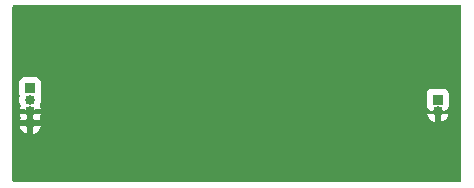
<source format=gbr>
%TF.GenerationSoftware,KiCad,Pcbnew,8.0.0*%
%TF.CreationDate,2024-02-24T23:10:17-05:00*%
%TF.ProjectId,Guitar_Amplifier,47756974-6172-45f4-916d-706c69666965,rev?*%
%TF.SameCoordinates,Original*%
%TF.FileFunction,Copper,L2,Bot*%
%TF.FilePolarity,Positive*%
%FSLAX46Y46*%
G04 Gerber Fmt 4.6, Leading zero omitted, Abs format (unit mm)*
G04 Created by KiCad (PCBNEW 8.0.0) date 2024-02-24 23:10:17*
%MOMM*%
%LPD*%
G01*
G04 APERTURE LIST*
%TA.AperFunction,ComponentPad*%
%ADD10R,0.850000X0.850000*%
%TD*%
%TA.AperFunction,ComponentPad*%
%ADD11O,0.850000X0.850000*%
%TD*%
%TA.AperFunction,ViaPad*%
%ADD12C,0.600000*%
%TD*%
%TA.AperFunction,Conductor*%
%ADD13C,0.200000*%
%TD*%
G04 APERTURE END LIST*
D10*
%TO.P,J2,1,Pin_1*%
%TO.N,Net-(J2-Pin_1)*%
X144500000Y-84500000D03*
D11*
%TO.P,J2,2,Pin_2*%
%TO.N,GND*%
X144500000Y-85500000D03*
%TD*%
D10*
%TO.P,J1,1,Pin_1*%
%TO.N,+9V*%
X110000000Y-83500000D03*
D11*
%TO.P,J1,2,Pin_2*%
%TO.N,Net-(J1-Pin_2)*%
X110000000Y-84500000D03*
%TO.P,J1,3,Pin_3*%
%TO.N,GND*%
X110000000Y-85500000D03*
%TO.P,J1,4,Pin_4*%
X110000000Y-86500000D03*
%TD*%
D12*
%TO.N,GND*%
X113500000Y-88500000D03*
X121500000Y-86500000D03*
X131000000Y-88000000D03*
X143500000Y-85500000D03*
%TD*%
D13*
%TO.N,GND*%
X131000000Y-90500000D02*
X131000000Y-88000000D01*
X120500000Y-90500000D02*
X131000000Y-90500000D01*
X119500000Y-89500000D02*
X120500000Y-90500000D01*
X113500000Y-88500000D02*
X113500000Y-89000000D01*
X113500000Y-89000000D02*
X114000000Y-89500000D01*
X119500000Y-89500000D02*
X114000000Y-89500000D01*
X121500000Y-87500000D02*
X119500000Y-89500000D01*
X121500000Y-86500000D02*
X121500000Y-87500000D01*
X143500000Y-87500000D02*
X143500000Y-85500000D01*
X143000000Y-88000000D02*
X143500000Y-87500000D01*
X131000000Y-88000000D02*
X143000000Y-88000000D01*
%TD*%
%TA.AperFunction,Conductor*%
%TO.N,GND*%
G36*
X146442539Y-76520185D02*
G01*
X146488294Y-76572989D01*
X146499500Y-76624500D01*
X146499500Y-91375500D01*
X146479815Y-91442539D01*
X146427011Y-91488294D01*
X146375500Y-91499500D01*
X108624500Y-91499500D01*
X108557461Y-91479815D01*
X108511706Y-91427011D01*
X108500500Y-91375500D01*
X108500500Y-86750000D01*
X109108628Y-86750000D01*
X109150316Y-86878306D01*
X109150317Y-86878307D01*
X109247536Y-87046694D01*
X109247535Y-87046694D01*
X109377639Y-87191190D01*
X109377642Y-87191192D01*
X109534950Y-87305484D01*
X109712587Y-87384573D01*
X109749999Y-87392524D01*
X109750000Y-87392524D01*
X109750000Y-86750000D01*
X109108628Y-86750000D01*
X108500500Y-86750000D01*
X108500500Y-86549728D01*
X109750000Y-86549728D01*
X109788060Y-86641614D01*
X109858386Y-86711940D01*
X109950272Y-86750000D01*
X110049728Y-86750000D01*
X110250000Y-86750000D01*
X110250000Y-87392524D01*
X110287412Y-87384573D01*
X110465049Y-87305484D01*
X110622357Y-87191192D01*
X110622360Y-87191190D01*
X110752463Y-87046694D01*
X110849682Y-86878307D01*
X110849683Y-86878306D01*
X110891372Y-86750000D01*
X110250000Y-86750000D01*
X110049728Y-86750000D01*
X110141614Y-86711940D01*
X110211940Y-86641614D01*
X110250000Y-86549728D01*
X110250000Y-86450272D01*
X110211940Y-86358386D01*
X110141614Y-86288060D01*
X110049728Y-86250000D01*
X109950272Y-86250000D01*
X109858386Y-86288060D01*
X109788060Y-86358386D01*
X109750000Y-86450272D01*
X109750000Y-86549728D01*
X108500500Y-86549728D01*
X108500500Y-85750000D01*
X109108628Y-85750000D01*
X109150316Y-85878306D01*
X109150317Y-85878307D01*
X109184781Y-85938000D01*
X109201254Y-86005900D01*
X109184781Y-86062000D01*
X109150317Y-86121692D01*
X109150316Y-86121693D01*
X109108628Y-86249999D01*
X109108628Y-86250000D01*
X109750000Y-86250000D01*
X109750000Y-85750000D01*
X109108628Y-85750000D01*
X108500500Y-85750000D01*
X108500500Y-84500000D01*
X109069402Y-84500000D01*
X109089738Y-84693483D01*
X109149856Y-84878510D01*
X109149857Y-84878511D01*
X109184492Y-84938500D01*
X109200965Y-85006400D01*
X109184492Y-85062500D01*
X109150317Y-85121692D01*
X109150316Y-85121693D01*
X109108628Y-85249999D01*
X109108628Y-85250000D01*
X109417441Y-85250000D01*
X109484480Y-85269685D01*
X109490319Y-85273676D01*
X109502527Y-85282546D01*
X109534702Y-85305923D01*
X109602926Y-85336297D01*
X109712429Y-85385051D01*
X109771788Y-85397668D01*
X109750000Y-85450272D01*
X109750000Y-85549728D01*
X109788060Y-85641614D01*
X109858386Y-85711940D01*
X109950272Y-85750000D01*
X110049728Y-85750000D01*
X110250000Y-85750000D01*
X110250000Y-86250000D01*
X110891372Y-86250000D01*
X110891371Y-86249999D01*
X110849684Y-86121697D01*
X110815218Y-86062000D01*
X110798745Y-85994100D01*
X110815218Y-85938000D01*
X110849684Y-85878302D01*
X110891372Y-85750000D01*
X143608628Y-85750000D01*
X143650316Y-85878306D01*
X143650317Y-85878307D01*
X143747536Y-86046694D01*
X143747535Y-86046694D01*
X143877639Y-86191190D01*
X143877642Y-86191192D01*
X144034950Y-86305484D01*
X144212587Y-86384573D01*
X144249999Y-86392524D01*
X144250000Y-86392524D01*
X144250000Y-85750000D01*
X143608628Y-85750000D01*
X110891372Y-85750000D01*
X110250000Y-85750000D01*
X110049728Y-85750000D01*
X110141614Y-85711940D01*
X110211940Y-85641614D01*
X110250000Y-85549728D01*
X110250000Y-85450272D01*
X110228211Y-85397668D01*
X110287571Y-85385051D01*
X110465299Y-85305922D01*
X110509673Y-85273681D01*
X110575480Y-85250202D01*
X110582559Y-85250000D01*
X110891372Y-85250000D01*
X110891371Y-85249999D01*
X110849684Y-85121697D01*
X110815507Y-85062500D01*
X110799034Y-84994600D01*
X110805415Y-84972870D01*
X143574500Y-84972870D01*
X143574501Y-84972876D01*
X143580908Y-85032483D01*
X143618380Y-85132948D01*
X143623364Y-85202639D01*
X143620130Y-85214597D01*
X143608627Y-85249999D01*
X143608628Y-85250000D01*
X143633546Y-85250000D01*
X143700585Y-85269685D01*
X143710202Y-85277435D01*
X143710355Y-85277232D01*
X143832664Y-85368793D01*
X143832671Y-85368797D01*
X143967517Y-85419091D01*
X143967516Y-85419091D01*
X143974444Y-85419835D01*
X144027127Y-85425500D01*
X144260260Y-85425499D01*
X144250000Y-85450272D01*
X144250000Y-85549728D01*
X144288060Y-85641614D01*
X144358386Y-85711940D01*
X144450272Y-85750000D01*
X144549728Y-85750000D01*
X144750000Y-85750000D01*
X144750000Y-86392524D01*
X144787412Y-86384573D01*
X144965049Y-86305484D01*
X145122357Y-86191192D01*
X145122360Y-86191190D01*
X145252463Y-86046694D01*
X145349682Y-85878307D01*
X145349683Y-85878306D01*
X145391372Y-85750000D01*
X144750000Y-85750000D01*
X144549728Y-85750000D01*
X144641614Y-85711940D01*
X144711940Y-85641614D01*
X144750000Y-85549728D01*
X144750000Y-85450272D01*
X144739738Y-85425499D01*
X144972872Y-85425499D01*
X145032483Y-85419091D01*
X145167331Y-85368796D01*
X145181237Y-85358386D01*
X145289645Y-85277232D01*
X145291319Y-85279468D01*
X145340096Y-85252834D01*
X145366454Y-85250000D01*
X145391372Y-85250000D01*
X145391371Y-85249999D01*
X145379870Y-85214601D01*
X145377875Y-85144760D01*
X145381619Y-85132950D01*
X145419091Y-85032482D01*
X145421895Y-85006400D01*
X145425500Y-84972873D01*
X145425499Y-84027128D01*
X145419091Y-83967517D01*
X145368796Y-83832669D01*
X145368795Y-83832668D01*
X145368793Y-83832664D01*
X145282547Y-83717455D01*
X145282544Y-83717452D01*
X145167335Y-83631206D01*
X145167328Y-83631202D01*
X145032482Y-83580908D01*
X145032483Y-83580908D01*
X144972883Y-83574501D01*
X144972881Y-83574500D01*
X144972873Y-83574500D01*
X144972864Y-83574500D01*
X144027129Y-83574500D01*
X144027123Y-83574501D01*
X143967516Y-83580908D01*
X143832671Y-83631202D01*
X143832664Y-83631206D01*
X143717455Y-83717452D01*
X143717452Y-83717455D01*
X143631206Y-83832664D01*
X143631202Y-83832671D01*
X143580908Y-83967517D01*
X143574501Y-84027116D01*
X143574501Y-84027123D01*
X143574500Y-84027135D01*
X143574500Y-84972870D01*
X110805415Y-84972870D01*
X110815506Y-84938502D01*
X110850144Y-84878508D01*
X110910262Y-84693482D01*
X110930598Y-84500000D01*
X110910262Y-84306518D01*
X110880150Y-84213844D01*
X110878156Y-84144006D01*
X110881895Y-84132210D01*
X110919091Y-84032483D01*
X110925500Y-83972873D01*
X110925499Y-83027128D01*
X110919091Y-82967517D01*
X110868796Y-82832669D01*
X110868795Y-82832668D01*
X110868793Y-82832664D01*
X110782547Y-82717455D01*
X110782544Y-82717452D01*
X110667335Y-82631206D01*
X110667328Y-82631202D01*
X110532482Y-82580908D01*
X110532483Y-82580908D01*
X110472883Y-82574501D01*
X110472881Y-82574500D01*
X110472873Y-82574500D01*
X110472864Y-82574500D01*
X109527129Y-82574500D01*
X109527123Y-82574501D01*
X109467516Y-82580908D01*
X109332671Y-82631202D01*
X109332664Y-82631206D01*
X109217455Y-82717452D01*
X109217452Y-82717455D01*
X109131206Y-82832664D01*
X109131202Y-82832671D01*
X109080908Y-82967517D01*
X109074501Y-83027116D01*
X109074501Y-83027123D01*
X109074500Y-83027135D01*
X109074500Y-83972870D01*
X109074501Y-83972876D01*
X109080908Y-84032483D01*
X109118099Y-84132195D01*
X109123083Y-84201887D01*
X109119848Y-84213845D01*
X109089740Y-84306511D01*
X109089738Y-84306516D01*
X109069402Y-84500000D01*
X108500500Y-84500000D01*
X108500500Y-76624500D01*
X108520185Y-76557461D01*
X108572989Y-76511706D01*
X108624500Y-76500500D01*
X146375500Y-76500500D01*
X146442539Y-76520185D01*
G37*
%TD.AperFunction*%
%TD*%
M02*

</source>
